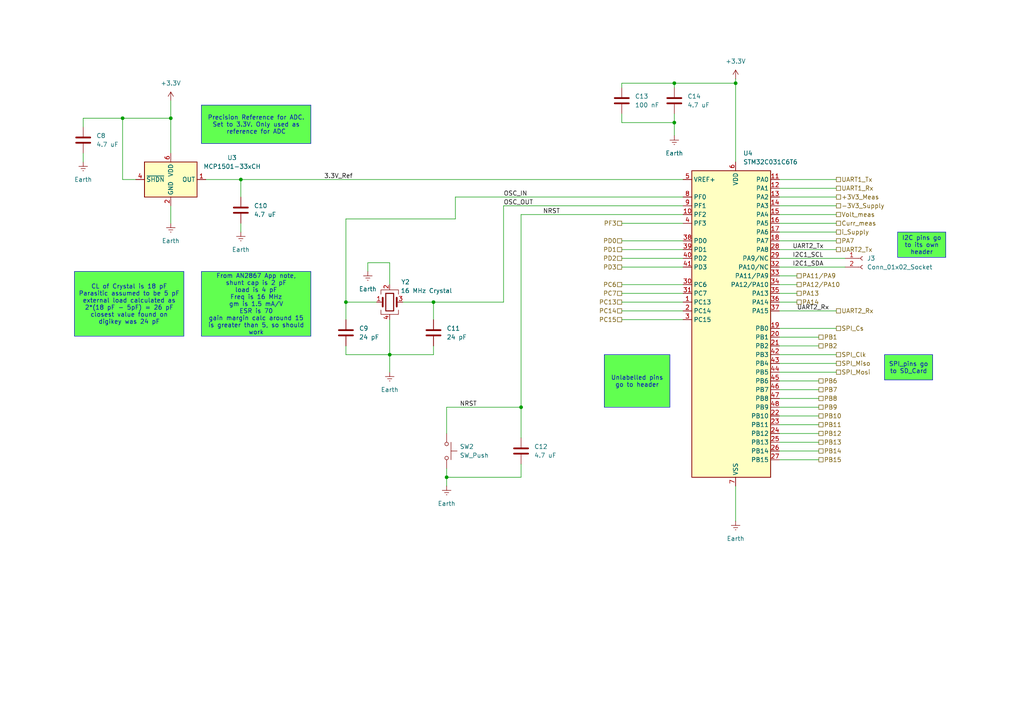
<source format=kicad_sch>
(kicad_sch (version 20231120) (generator "eeschema") (generator_version "8.0")
  (paper "A4")
  (lib_symbols
    (symbol "Connector:Conn_01x02_Socket" (pin_names (offset 1.016) hide)
      (property "Reference" "J" (at 0 2.54 0))
      (property "Value" "Conn_01x02_Socket" (at 0 -5.08 0))
      (symbol "Conn_01x02_Socket_1_1"
        (arc (start 0 -2.032) (mid -0.5058 -2.54) (end 0 -3.048) (stroke (width 0.1524)))
        (polyline (pts (xy -1.27 -2.54) (xy -0.508 -2.54)) (stroke (width 0.1524)))
        (polyline (pts (xy -1.27 0) (xy -0.508 0)) (stroke (width 0.1524)))
        (arc (start 0 0.508) (mid -0.5058 0) (end 0 -0.508) (stroke (width 0.1524)))
        (pin passive line (at -5.08 0 0) (length 3.81) (name "Pin_1") (number "1"))
        (pin passive line (at -5.08 -2.54 0) (length 3.81) (name "Pin_2") (number "2"))
      )
    )
    (symbol "Device:C" (pin_numbers hide) (pin_names (offset 0.254))
      (property "Reference" "C" (at 0.635 2.54 0))
      (property "Value" "C" (at 0.635 -2.54 0))
      (symbol "C_0_1"
        (polyline (pts (xy -2.032 -0.762) (xy 2.032 -0.762)) (stroke (width 0.508)))
        (polyline (pts (xy -2.032 0.762) (xy 2.032 0.762)) (stroke (width 0.508)))
      )
      (symbol "C_1_1"
        (pin passive line (at 0 3.81 270) (length 2.794) (name "~") (number "1"))
        (pin passive line (at 0 -3.81 90) (length 2.794) (name "~") (number "2"))
      )
    )
    (symbol "Device:Crystal_GND24" (pin_names (offset 1.016) hide)
      (property "Reference" "Y" (at 3.175 5.08 0))
      (property "Value" "Crystal_GND24" (at 3.175 3.175 0))
      (symbol "Crystal_GND24_0_1"
        (rectangle (start -1.143 2.54) (end 1.143 -2.54) (stroke (width 0.3048)))
        (polyline (pts (xy -2.54 0) (xy -2.032 0)))
        (polyline (pts (xy -2.032 -1.27) (xy -2.032 1.27)) (stroke (width 0.508)))
        (polyline (pts (xy 0 -3.81) (xy 0 -3.556)))
        (polyline (pts (xy 0 3.556) (xy 0 3.81)))
        (polyline (pts (xy 2.032 -1.27) (xy 2.032 1.27)) (stroke (width 0.508)))
        (polyline (pts (xy 2.032 0) (xy 2.54 0)))
        (polyline (pts (xy -2.54 -2.286) (xy -2.54 -3.556) (xy 2.54 -3.556) (xy 2.54 -2.286)))
        (polyline (pts (xy -2.54 2.286) (xy -2.54 3.556) (xy 2.54 3.556) (xy 2.54 2.286)))
      )
      (symbol "Crystal_GND24_1_1"
        (pin passive line (at -3.81 0 0) (length 1.27) (name "1") (number "1"))
        (pin passive line (at 0 5.08 270) (length 1.27) (name "2") (number "2"))
        (pin passive line (at 3.81 0 180) (length 1.27) (name "3") (number "3"))
        (pin passive line (at 0 -5.08 90) (length 1.27) (name "4") (number "4"))
      )
    )
    (symbol "MCU_ST_STM32C0:STM32C031C6Tx"
      (property "Reference" "U" (at -10.16 46.99 0))
      (property "Value" "STM32C031C6Tx" (at 5.08 46.99 0))
      (symbol "STM32C031C6Tx_0_1"
        (rectangle (start -10.16 -43.18) (end 12.7 45.72) (stroke (width 0.254)) (fill (type background)))
      )
      (symbol "STM32C031C6Tx_1_1"
        (pin bidirectional line (at -12.7 7.62 0) (length 2.54) (name "PC13") (number "1"))
        (pin bidirectional line (at -12.7 33.02 0) (length 2.54) (name "PF2") (number "10"))
        (pin bidirectional line (at 15.24 43.18 180) (length 2.54) (name "PA0") (number "11"))
        (pin bidirectional line (at 15.24 40.64 180) (length 2.54) (name "PA1") (number "12"))
        (pin bidirectional line (at 15.24 38.1 180) (length 2.54) (name "PA2") (number "13"))
        (pin bidirectional line (at 15.24 35.56 180) (length 2.54) (name "PA3") (number "14"))
        (pin bidirectional line (at 15.24 33.02 180) (length 2.54) (name "PA4") (number "15"))
        (pin bidirectional line (at 15.24 30.48 180) (length 2.54) (name "PA5") (number "16"))
        (pin bidirectional line (at 15.24 27.94 180) (length 2.54) (name "PA6") (number "17"))
        (pin bidirectional line (at 15.24 25.4 180) (length 2.54) (name "PA7") (number "18"))
        (pin bidirectional line (at 15.24 0 180) (length 2.54) (name "PB0") (number "19"))
        (pin bidirectional line (at -12.7 5.08 0) (length 2.54) (name "PC14") (number "2"))
        (pin bidirectional line (at 15.24 -2.54 180) (length 2.54) (name "PB1") (number "20"))
        (pin bidirectional line (at 15.24 -5.08 180) (length 2.54) (name "PB2") (number "21"))
        (pin bidirectional line (at 15.24 -25.4 180) (length 2.54) (name "PB10") (number "22"))
        (pin bidirectional line (at 15.24 -27.94 180) (length 2.54) (name "PB11") (number "23"))
        (pin bidirectional line (at 15.24 -30.48 180) (length 2.54) (name "PB12") (number "24"))
        (pin bidirectional line (at 15.24 -33.02 180) (length 2.54) (name "PB13") (number "25"))
        (pin bidirectional line (at 15.24 -35.56 180) (length 2.54) (name "PB14") (number "26"))
        (pin bidirectional line (at 15.24 -38.1 180) (length 2.54) (name "PB15") (number "27"))
        (pin bidirectional line (at 15.24 22.86 180) (length 2.54) (name "PA8") (number "28"))
        (pin bidirectional line (at 15.24 20.32 180) (length 2.54) (name "PA9/NC") (number "29"))
        (pin bidirectional line (at -12.7 2.54 0) (length 2.54) (name "PC15") (number "3"))
        (pin bidirectional line (at -12.7 12.7 0) (length 2.54) (name "PC6") (number "30"))
        (pin bidirectional line (at -12.7 10.16 0) (length 2.54) (name "PC7") (number "31"))
        (pin bidirectional line (at 15.24 17.78 180) (length 2.54) (name "PA10/NC") (number "32"))
        (pin bidirectional line (at 15.24 15.24 180) (length 2.54) (name "PA11/PA9") (number "33"))
        (pin bidirectional line (at 15.24 12.7 180) (length 2.54) (name "PA12/PA10") (number "34"))
        (pin bidirectional line (at 15.24 10.16 180) (length 2.54) (name "PA13") (number "35"))
        (pin bidirectional line (at 15.24 7.62 180) (length 2.54) (name "PA14") (number "36"))
        (pin bidirectional line (at 15.24 5.08 180) (length 2.54) (name "PA15") (number "37"))
        (pin bidirectional line (at -12.7 25.4 0) (length 2.54) (name "PD0") (number "38"))
        (pin bidirectional line (at -12.7 22.86 0) (length 2.54) (name "PD1") (number "39"))
        (pin bidirectional line (at -12.7 30.48 0) (length 2.54) (name "PF3") (number "4"))
        (pin bidirectional line (at -12.7 20.32 0) (length 2.54) (name "PD2") (number "40"))
        (pin bidirectional line (at -12.7 17.78 0) (length 2.54) (name "PD3") (number "41"))
        (pin bidirectional line (at 15.24 -7.62 180) (length 2.54) (name "PB3") (number "42"))
        (pin bidirectional line (at 15.24 -10.16 180) (length 2.54) (name "PB4") (number "43"))
        (pin bidirectional line (at 15.24 -12.7 180) (length 2.54) (name "PB5") (number "44"))
        (pin bidirectional line (at 15.24 -15.24 180) (length 2.54) (name "PB6") (number "45"))
        (pin bidirectional line (at 15.24 -17.78 180) (length 2.54) (name "PB7") (number "46"))
        (pin bidirectional line (at 15.24 -20.32 180) (length 2.54) (name "PB8") (number "47"))
        (pin bidirectional line (at 15.24 -22.86 180) (length 2.54) (name "PB9") (number "48"))
        (pin input line (at -12.7 43.18 0) (length 2.54) (name "VREF+") (number "5"))
        (pin power_in line (at 2.54 48.26 270) (length 2.54) (name "VDD") (number "6"))
        (pin power_in line (at 2.54 -45.72 90) (length 2.54) (name "VSS") (number "7"))
        (pin bidirectional line (at -12.7 38.1 0) (length 2.54) (name "PF0") (number "8"))
        (pin bidirectional line (at -12.7 35.56 0) (length 2.54) (name "PF1") (number "9"))
      )
    )
    (symbol "Reference_Voltage:MCP1501-33xCH"
      (property "Reference" "U" (at -6.35 6.35 0))
      (property "Value" "MCP1501-33xCH" (at 10.16 6.35 0))
      (symbol "MCP1501-33xCH_0_0"
        (pin power_out line (at 10.16 0 180) (length 2.54) (name "OUT") (number "1"))
        (pin power_in line (at 0 -7.62 90) (length 2.54) (name "GND") (number "2"))
        (pin passive line (at 0 -7.62 90) (length 2.54) hide (name "GND") (number "3"))
        (pin input line (at -10.16 0 0) (length 2.54) (name "~{SHDN}") (number "4"))
        (pin passive line (at 0 -7.62 90) (length 2.54) hide (name "GND") (number "5"))
        (pin power_in line (at 0 7.62 270) (length 2.54) (name "VDD") (number "6"))
      )
      (symbol "MCP1501-33xCH_0_1"
        (rectangle (start -7.62 5.08) (end 7.62 -5.08) (stroke (width 0.254)) (fill (type background)))
      )
    )
    (symbol "Switch:SW_Push" (pin_numbers hide) (pin_names (offset 1.016) hide)
      (property "Reference" "SW" (at 1.27 2.54 0))
      (property "Value" "SW_Push" (at 0 -1.524 0))
      (symbol "SW_Push_0_1"
        (circle (center -2.032 0) (radius 0.508))
        (polyline (pts (xy 0 1.27) (xy 0 3.048)))
        (polyline (pts (xy 2.54 1.27) (xy -2.54 1.27)))
        (circle (center 2.032 0) (radius 0.508))
        (pin passive line (at -5.08 0 0) (length 2.54) (name "1") (number "1"))
        (pin passive line (at 5.08 0 180) (length 2.54) (name "2") (number "2"))
      )
    )
    (symbol "power:+3.3V" (power) (pin_numbers hide) (pin_names (offset 0) hide)
      (property "Value" "+3.3V" (at 0 3.556 0))
      (symbol "+3.3V_0_1"
        (polyline (pts (xy -0.762 1.27) (xy 0 2.54)))
        (polyline (pts (xy 0 0) (xy 0 2.54)))
        (polyline (pts (xy 0 2.54) (xy 0.762 1.27)))
      )
      (symbol "+3.3V_1_1"
        (pin power_in line (at 0 0 90) (length 0) (name "~") (number "1"))
      )
    )
    (symbol "power:Earth" (power) (pin_numbers hide) (pin_names (offset 0) hide)
      (property "Value" "Earth" (at 0 -3.81 0))
      (symbol "Earth_0_1"
        (polyline (pts (xy -0.635 -1.905) (xy 0.635 -1.905)))
        (polyline (pts (xy -0.127 -2.54) (xy 0.127 -2.54)))
        (polyline (pts (xy 0 -1.27) (xy 0 0)))
        (polyline (pts (xy 1.27 -1.27) (xy -1.27 -1.27)))
      )
      (symbol "Earth_1_1"
        (pin power_in line (at 0 0 270) (length 0) (name "~") (number "1"))
      )
    )
  )
  (junction (at 35.56 34.29))
  (junction (at 213.36 24.13))
  (junction (at 151.13 118.11))
  (junction (at 195.58 35.56))
  (junction (at 69.85 52.07))
  (junction (at 125.73 87.63))
  (junction (at 129.54 138.43))
  (junction (at 100.33 87.63))
  (junction (at 49.53 34.29))
  (junction (at 195.58 24.13))
  (junction (at 113.03 102.87))
  (wire (pts (xy 180.34 77.47) (xy 198.12 77.47)))
  (wire (pts (xy 49.53 34.29) (xy 49.53 44.45)))
  (wire (pts (xy 146.05 59.69) (xy 198.12 59.69)))
  (wire (pts (xy 39.37 52.07) (xy 35.56 52.07)))
  (wire (pts (xy 151.13 134.62) (xy 151.13 138.43)))
  (wire (pts (xy 100.33 92.71) (xy 100.33 87.63)))
  (wire (pts (xy 195.58 35.56) (xy 195.58 39.37)))
  (wire (pts (xy 100.33 102.87) (xy 113.03 102.87)))
  (wire (pts (xy 35.56 52.07) (xy 35.56 34.29)))
  (wire (pts (xy 113.03 76.2) (xy 106.68 76.2)))
  (wire (pts (xy 113.03 92.71) (xy 113.03 102.87)))
  (wire (pts (xy 226.06 52.07) (xy 242.57 52.07)))
  (wire (pts (xy 226.06 67.31) (xy 242.57 67.31)))
  (wire (pts (xy 151.13 138.43) (xy 129.54 138.43)))
  (wire (pts (xy 180.34 74.93) (xy 198.12 74.93)))
  (wire (pts (xy 226.06 130.81) (xy 237.49 130.81)))
  (wire (pts (xy 226.06 62.23) (xy 242.57 62.23)))
  (wire (pts (xy 69.85 52.07) (xy 198.12 52.07)))
  (wire (pts (xy 129.54 118.11) (xy 129.54 125.73)))
  (wire (pts (xy 100.33 102.87) (xy 100.33 100.33)))
  (wire (pts (xy 113.03 102.87) (xy 125.73 102.87)))
  (wire (pts (xy 129.54 138.43) (xy 129.54 140.97)))
  (wire (pts (xy 24.13 34.29) (xy 24.13 36.83)))
  (wire (pts (xy 180.34 64.77) (xy 198.12 64.77)))
  (wire (pts (xy 195.58 33.02) (xy 195.58 35.56)))
  (wire (pts (xy 180.34 24.13) (xy 195.58 24.13)))
  (wire (pts (xy 106.68 76.2) (xy 106.68 78.74)))
  (wire (pts (xy 226.06 54.61) (xy 242.57 54.61)))
  (wire (pts (xy 226.06 107.95) (xy 242.57 107.95)))
  (wire (pts (xy 226.06 74.93) (xy 245.11 74.93)))
  (wire (pts (xy 226.06 100.33) (xy 237.49 100.33)))
  (wire (pts (xy 226.06 87.63) (xy 231.14 87.63)))
  (wire (pts (xy 69.85 64.77) (xy 69.85 67.31)))
  (wire (pts (xy 226.06 125.73) (xy 237.49 125.73)))
  (wire (pts (xy 69.85 52.07) (xy 69.85 57.15)))
  (wire (pts (xy 151.13 127) (xy 151.13 118.11)))
  (wire (pts (xy 125.73 102.87) (xy 125.73 100.33)))
  (wire (pts (xy 226.06 102.87) (xy 242.57 102.87)))
  (wire (pts (xy 180.34 33.02) (xy 180.34 35.56)))
  (wire (pts (xy 116.84 87.63) (xy 125.73 87.63)))
  (wire (pts (xy 180.34 69.85) (xy 198.12 69.85)))
  (wire (pts (xy 132.08 57.15) (xy 198.12 57.15)))
  (wire (pts (xy 113.03 102.87) (xy 113.03 107.95)))
  (wire (pts (xy 226.06 82.55) (xy 231.14 82.55)))
  (wire (pts (xy 49.53 59.69) (xy 49.53 64.77)))
  (wire (pts (xy 226.06 80.01) (xy 231.14 80.01)))
  (wire (pts (xy 226.06 90.17) (xy 242.57 90.17)))
  (wire (pts (xy 129.54 118.11) (xy 151.13 118.11)))
  (wire (pts (xy 226.06 113.03) (xy 237.49 113.03)))
  (wire (pts (xy 226.06 133.35) (xy 237.49 133.35)))
  (wire (pts (xy 213.36 140.97) (xy 213.36 151.13)))
  (wire (pts (xy 35.56 34.29) (xy 24.13 34.29)))
  (wire (pts (xy 213.36 22.86) (xy 213.36 24.13)))
  (wire (pts (xy 226.06 72.39) (xy 242.57 72.39)))
  (wire (pts (xy 24.13 44.45) (xy 24.13 46.99)))
  (wire (pts (xy 49.53 34.29) (xy 35.56 34.29)))
  (wire (pts (xy 213.36 24.13) (xy 213.36 46.99)))
  (wire (pts (xy 49.53 29.21) (xy 49.53 34.29)))
  (wire (pts (xy 226.06 120.65) (xy 237.49 120.65)))
  (wire (pts (xy 226.06 64.77) (xy 242.57 64.77)))
  (wire (pts (xy 129.54 135.89) (xy 129.54 138.43)))
  (wire (pts (xy 180.34 87.63) (xy 198.12 87.63)))
  (wire (pts (xy 180.34 35.56) (xy 195.58 35.56)))
  (wire (pts (xy 59.69 52.07) (xy 69.85 52.07)))
  (wire (pts (xy 226.06 128.27) (xy 237.49 128.27)))
  (wire (pts (xy 226.06 105.41) (xy 242.57 105.41)))
  (wire (pts (xy 180.34 24.13) (xy 180.34 25.4)))
  (wire (pts (xy 125.73 92.71) (xy 125.73 87.63)))
  (wire (pts (xy 180.34 92.71) (xy 198.12 92.71)))
  (wire (pts (xy 195.58 24.13) (xy 195.58 25.4)))
  (wire (pts (xy 113.03 82.55) (xy 113.03 76.2)))
  (wire (pts (xy 100.33 63.5) (xy 132.08 63.5)))
  (wire (pts (xy 146.05 87.63) (xy 146.05 59.69)))
  (wire (pts (xy 195.58 24.13) (xy 213.36 24.13)))
  (wire (pts (xy 180.34 85.09) (xy 198.12 85.09)))
  (wire (pts (xy 226.06 85.09) (xy 231.14 85.09)))
  (wire (pts (xy 180.34 72.39) (xy 198.12 72.39)))
  (wire (pts (xy 226.06 118.11) (xy 237.49 118.11)))
  (wire (pts (xy 226.06 95.25) (xy 242.57 95.25)))
  (wire (pts (xy 100.33 87.63) (xy 109.22 87.63)))
  (wire (pts (xy 151.13 118.11) (xy 151.13 62.23)))
  (wire (pts (xy 226.06 97.79) (xy 237.49 97.79)))
  (wire (pts (xy 125.73 87.63) (xy 146.05 87.63)))
  (wire (pts (xy 180.34 82.55) (xy 198.12 82.55)))
  (wire (pts (xy 226.06 57.15) (xy 242.57 57.15)))
  (wire (pts (xy 226.06 115.57) (xy 237.49 115.57)))
  (wire (pts (xy 132.08 63.5) (xy 132.08 57.15)))
  (wire (pts (xy 151.13 62.23) (xy 198.12 62.23)))
  (wire (pts (xy 226.06 110.49) (xy 237.49 110.49)))
  (wire (pts (xy 226.06 77.47) (xy 245.11 77.47)))
  (wire (pts (xy 226.06 123.19) (xy 237.49 123.19)))
  (wire (pts (xy 100.33 87.63) (xy 100.33 63.5)))
  (wire (pts (xy 180.34 90.17) (xy 198.12 90.17)))
  (wire (pts (xy 226.06 59.69) (xy 242.57 59.69)))
  (wire (pts (xy 226.06 69.85) (xy 242.57 69.85)))
  (text_box "Precision Reference for ADC. Set to 3.3V. Only used as reference for ADC\n\n" (at 58.42 30.48 0) (size 31.75 11.1371) (fill (type color) (color 97 255 80 1)) (effects (font (size 1.27 1.27))))
  (text_box "Unlabelled pins go to header\n" (at 175.26 102.87 0) (size 19.05 15.24) (fill (type color) (color 97 255 80 1)) (effects (font (size 1.27 1.27))))
  (text_box "I2C pins go to its own header\n" (at 260.35 67.31 0) (size 13.97 7.3271) (fill (type color) (color 97 255 80 1)) (effects (font (size 1.27 1.27))))
  (text_box "CL of Crystal is 18 pF\nParasitic assumed to be 5 pF\nexternal load calculated as 2*(18 pF - 5pF) = 26 pF\nclosest value found on digikey was 24 pF" (at 21.59 78.74 0) (size 31.75 18.7571) (fill (type color) (color 97 255 80 1)) (effects (font (size 1.27 1.27))))
  (text_box "From AN2867 App note,\nshunt cap is 2 pF\nload is 4 pF\nFreq is 16 MHz\ngm is 1.5 mA/V\nESR is 70\ngain margin calc around 15\nis greater than 5, so should work\n" (at 58.42 78.74 0) (size 31.75 18.7571) (fill (type color) (color 97 255 80 1)) (effects (font (size 1.27 1.27))))
  (text_box "SPI_pins go to SD_Card\n" (at 256.54 102.87 0) (size 13.97 7.3271) (fill (type color) (color 97 255 80 1)) (effects (font (size 1.27 1.27))))
  (label "OSC_IN" (at 146.05 57.15 0))
  (label "I2C1_SDA" (at 229.87 77.47 0))
  (label "NRST" (at 133.35 118.11 0))
  (label "UART2_Tx" (at 229.87 72.39 0))
  (label "OSC_OUT" (at 146.05 59.69 0))
  (label "3.3V_Ref" (at 93.98 52.07 0))
  (label "NRST" (at 157.48 62.23 0))
  (label "UART2_Rx" (at 231.14 90.17 0))
  (label "I2C1_SCL" (at 229.87 74.93 0))
  (hierarchical_label "PB2" (shape passive) (at 237.49 100.33 0))
  (hierarchical_label "PA14" (shape passive) (at 231.14 87.63 0))
  (hierarchical_label "PD3" (shape passive) (at 180.34 77.47 180))
  (hierarchical_label "UART2_Tx" (shape passive) (at 242.57 72.39 0))
  (hierarchical_label "PA13" (shape passive) (at 231.14 85.09 0))
  (hierarchical_label "UART1_Rx" (shape passive) (at 242.57 54.61 0))
  (hierarchical_label "PF3" (shape passive) (at 180.34 64.77 180))
  (hierarchical_label "SPI_Cs" (shape passive) (at 242.57 95.25 0))
  (hierarchical_label "PD2" (shape passive) (at 180.34 74.93 180))
  (hierarchical_label "PC15" (shape passive) (at 180.34 92.71 180))
  (hierarchical_label "PB11" (shape passive) (at 237.49 123.19 0))
  (hierarchical_label "PA12{slash}PA10" (shape passive) (at 231.14 82.55 0))
  (hierarchical_label "Volt_meas" (shape passive) (at 242.57 62.23 0))
  (hierarchical_label "i_Supply" (shape passive) (at 242.57 67.31 0))
  (hierarchical_label "PD0" (shape passive) (at 180.34 69.85 180))
  (hierarchical_label "PB14" (shape passive) (at 237.49 130.81 0))
  (hierarchical_label "PC13" (shape passive) (at 180.34 87.63 180))
  (hierarchical_label "PC14" (shape passive) (at 180.34 90.17 180))
  (hierarchical_label "PB9" (shape passive) (at 237.49 118.11 0))
  (hierarchical_label "Curr_meas" (shape passive) (at 242.57 64.77 0))
  (hierarchical_label "PB8" (shape passive) (at 237.49 115.57 0))
  (hierarchical_label "SPI_Clk" (shape passive) (at 242.57 102.87 0))
  (hierarchical_label "PB7" (shape passive) (at 237.49 113.03 0))
  (hierarchical_label "PA7" (shape passive) (at 242.57 69.85 0))
  (hierarchical_label "UART2_Rx" (shape passive) (at 242.57 90.17 0))
  (hierarchical_label "PC7" (shape passive) (at 180.34 85.09 180))
  (hierarchical_label "PB15" (shape passive) (at 237.49 133.35 0))
  (hierarchical_label "-3V3_Supply" (shape passive) (at 242.57 59.69 0))
  (hierarchical_label "PD1" (shape passive) (at 180.34 72.39 180))
  (hierarchical_label "PC6" (shape passive) (at 180.34 82.55 180))
  (hierarchical_label "PB12" (shape passive) (at 237.49 125.73 0))
  (hierarchical_label "PB13" (shape passive) (at 237.49 128.27 0))
  (hierarchical_label "PA11{slash}PA9" (shape passive) (at 231.14 80.01 0))
  (hierarchical_label "PB6" (shape passive) (at 237.49 110.49 0))
  (hierarchical_label "+3V3_Meas" (shape passive) (at 242.57 57.15 0))
  (hierarchical_label "SPI_Mosi" (shape passive) (at 242.57 107.95 0))
  (hierarchical_label "UART1_Tx" (shape passive) (at 242.57 52.07 0))
  (hierarchical_label "SPI_Miso" (shape passive) (at 242.57 105.41 0))
  (hierarchical_label "PB1" (shape passive) (at 237.49 97.79 0))
  (hierarchical_label "PB10" (shape passive) (at 237.49 120.65 0))
  (symbol (lib_id "power:Earth") (at 69.85 67.31 0) (unit 1)
    (property "Reference" "#PWR016" (effects (hide yes)))
    (property "Value" "Earth" (at 69.85 72.39 0))
    (property "Description" "Power symbol creates a global label with name \"Earth\"" (effects (hide yes)))
  )
  (symbol (lib_id "power:+3.3V") (at 213.36 22.86 0) (unit 1)
    (property "Reference" "#PWR019" (effects (hide yes)))
    (property "Value" "+3.3V" (at 213.36 17.78 0))
    (property "Description" "Power symbol creates a global label with name \"+3.3V\"" (effects (hide yes)))
  )
  (symbol (lib_id "power:Earth") (at 129.54 140.97 0) (unit 1)
    (property "Reference" "#PWR017" (effects (hide yes)))
    (property "Value" "Earth" (at 129.54 146.05 0))
    (property "Description" "Power symbol creates a global label with name \"Earth\"" (effects (hide yes)))
  )
  (symbol (lib_id "power:Earth") (at 195.58 39.37 0) (unit 1)
    (property "Reference" "#PWR018" (effects (hide yes)))
    (property "Value" "Earth" (at 195.58 44.45 0))
    (property "Description" "Power symbol creates a global label with name \"Earth\"" (effects (hide yes)))
  )
  (symbol (lib_id "Device:C") (at 100.33 96.52 0) (unit 1)
    (property "Reference" "C9" (at 104.14 95.2499 0) (effects (justify left)))
    (property "Value" "24 pF" (at 104.14 97.7899 0) (effects (justify left)))
    (property "Footprint" "Capacitor_SMD:C_0805_2012Metric" (effects (hide yes)))
    (property "Description" "Unpolarized capacitor" (effects (hide yes)))
  )
  (symbol (lib_id "Device:C") (at 24.13 40.64 0) (unit 1)
    (property "Reference" "C8" (at 27.94 39.3699 0) (effects (justify left)))
    (property "Value" "4.7 uF" (at 27.94 41.9099 0) (effects (justify left)))
    (property "Footprint" "Capacitor_SMD:C_0805_2012Metric" (effects (hide yes)))
    (property "Description" "Unpolarized capacitor" (effects (hide yes)))
  )
  (symbol (lib_id "power:+3.3V") (at 49.53 29.21 0) (unit 1)
    (property "Reference" "#PWR012" (effects (hide yes)))
    (property "Value" "+3.3V" (at 49.53 24.13 0))
    (property "Description" "Power symbol creates a global label with name \"+3.3V\"" (effects (hide yes)))
  )
  (symbol (lib_id "Device:Crystal_GND24") (at 113.03 87.63 0) (unit 1)
    (property "Reference" "Y2" (at 117.602 81.788 0))
    (property "Value" "16 MHz Crystal" (at 123.698 84.328 0))
    (property "Footprint" "Oscillator:Oscillator_SMD_Abracon_ASE-4Pin_3.2x2.5mm_HandSoldering" (effects (hide yes)))
    (property "Description" "Four pin crystal, GND on pins 2 and 4" (effects (hide yes)))
  )
  (symbol (lib_id "Device:C") (at 69.85 60.96 0) (unit 1)
    (property "Reference" "C10" (at 73.66 59.6899 0) (effects (justify left)))
    (property "Value" "4.7 uF" (at 73.66 62.2299 0) (effects (justify left)))
    (property "Footprint" "Capacitor_SMD:C_0805_2012Metric" (effects (hide yes)))
    (property "Description" "Unpolarized capacitor" (effects (hide yes)))
  )
  (symbol (lib_id "Device:C") (at 125.73 96.52 0) (unit 1)
    (property "Reference" "C11" (at 129.54 95.2499 0) (effects (justify left)))
    (property "Value" "24 pF" (at 129.54 97.7899 0) (effects (justify left)))
    (property "Footprint" "Capacitor_SMD:C_0805_2012Metric" (effects (hide yes)))
    (property "Description" "Unpolarized capacitor" (effects (hide yes)))
  )
  (symbol (lib_id "Device:C") (at 151.13 130.81 0) (unit 1)
    (property "Reference" "C12" (at 154.94 129.5399 0) (effects (justify left)))
    (property "Value" "4.7 uF" (at 154.94 132.0799 0) (effects (justify left)))
    (property "Footprint" "Capacitor_SMD:C_0805_2012Metric" (effects (hide yes)))
    (property "Description" "Unpolarized capacitor" (effects (hide yes)))
  )
  (symbol (lib_id "power:Earth") (at 106.68 78.74 0) (unit 1)
    (property "Reference" "#PWR014" (effects (hide yes)))
    (property "Value" "Earth" (at 106.68 83.82 0))
    (property "Description" "Power symbol creates a global label with name \"Earth\"" (effects (hide yes)))
  )
  (symbol (lib_id "power:Earth") (at 213.36 151.13 0) (unit 1)
    (property "Reference" "#PWR020" (effects (hide yes)))
    (property "Value" "Earth" (at 213.36 156.21 0))
    (property "Description" "Power symbol creates a global label with name \"Earth\"" (effects (hide yes)))
  )
  (symbol (lib_id "power:Earth") (at 24.13 46.99 0) (unit 1)
    (property "Reference" "#PWR011" (effects (hide yes)))
    (property "Value" "Earth" (at 24.13 52.07 0))
    (property "Description" "Power symbol creates a global label with name \"Earth\"" (effects (hide yes)))
  )
  (symbol (lib_id "Connector:Conn_01x02_Socket") (at 250.19 74.93 0) (unit 1)
    (property "Reference" "J3" (at 251.46 74.9299 0) (effects (justify left)))
    (property "Value" "Conn_01x02_Socket" (at 251.46 77.4699 0) (effects (justify left)))
    (property "Footprint" "Connector_Molex:Molex_KK-254_AE-6410-02A_1x02_P2.54mm_Vertical" (effects (hide yes)))
    (property "Description" "Generic connector, single row, 01x02, script generated" (effects (hide yes)))
  )
  (symbol (lib_id "Reference_Voltage:MCP1501-33xCH") (at 49.53 52.07 0) (unit 1)
    (property "Reference" "U3" (at 67.31 45.7514 0))
    (property "Value" "MCP1501-33xCH" (at 67.31 48.2914 0))
    (property "Footprint" "Package_TO_SOT_SMD:SOT-23-6" (effects (hide yes)))
    (property "Datasheet" "http://ww1.microchip.com/downloads/en/DeviceDoc/20005474E.pdf" (effects (hide yes)))
    (property "Description" "3.3V, 0.1%, 20mA, Precision Voltage Reference, SOT-23-6" (effects (hide yes)))
  )
  (symbol (lib_id "power:Earth") (at 113.03 107.95 0) (unit 1)
    (property "Reference" "#PWR015" (effects (hide yes)))
    (property "Value" "Earth" (at 113.03 113.03 0))
    (property "Description" "Power symbol creates a global label with name \"Earth\"" (effects (hide yes)))
  )
  (symbol (lib_id "Device:C") (at 180.34 29.21 0) (unit 1)
    (property "Reference" "C13" (at 184.15 27.9399 0) (effects (justify left)))
    (property "Value" "100 nF" (at 184.15 30.4799 0) (effects (justify left)))
    (property "Footprint" "Capacitor_SMD:C_0805_2012Metric" (effects (hide yes)))
    (property "Description" "Unpolarized capacitor" (effects (hide yes)))
  )
  (symbol (lib_id "MCU_ST_STM32C0:STM32C031C6Tx") (at 210.82 95.25 0) (unit 1)
    (property "Reference" "U4" (at 215.5541 44.45 0) (effects (justify left)))
    (property "Value" "STM32C031C6T6" (at 215.5541 46.99 0) (effects (justify left)))
    (property "Footprint" "Package_QFP:LQFP-48_7x7mm_P0.5mm" (effects (hide yes)))
    (property "Datasheet" "https://www.st.com/resource/en/datasheet/stm32c031c6.pdf" (effects (hide yes)))
    (property "Description" "STMicroelectronics Arm Cortex-M0+ MCU, 32KB flash, 12KB RAM, 48 MHz, 2.0-3.6V, 45 GPIO, LQFP48" (effects (hide yes)))
  )
  (symbol (lib_id "Device:C") (at 195.58 29.21 0) (unit 1)
    (property "Reference" "C14" (at 199.39 27.9399 0) (effects (justify left)))
    (property "Value" "4.7 uF" (at 199.39 30.4799 0) (effects (justify left)))
    (property "Footprint" "Capacitor_SMD:C_0805_2012Metric" (effects (hide yes)))
    (property "Description" "Unpolarized capacitor" (effects (hide yes)))
  )
  (symbol (lib_id "power:Earth") (at 49.53 64.77 0) (unit 1)
    (property "Reference" "#PWR013" (effects (hide yes)))
    (property "Value" "Earth" (at 49.53 69.85 0))
    (property "Description" "Power symbol creates a global label with name \"Earth\"" (effects (hide yes)))
  )
  (symbol (lib_id "Switch:SW_Push") (at 129.54 130.81 270) (unit 1)
    (property "Reference" "SW2" (at 133.35 129.5399 90) (effects (justify left)))
    (property "Value" "SW_Push" (at 133.35 132.0799 90) (effects (justify left)))
    (property "Footprint" "Button_Switch_THT:SW_PUSH_6mm" (effects (hide yes)))
    (property "Description" "Push button switch, generic, two pins" (effects (hide yes)))
  )
)
</source>
